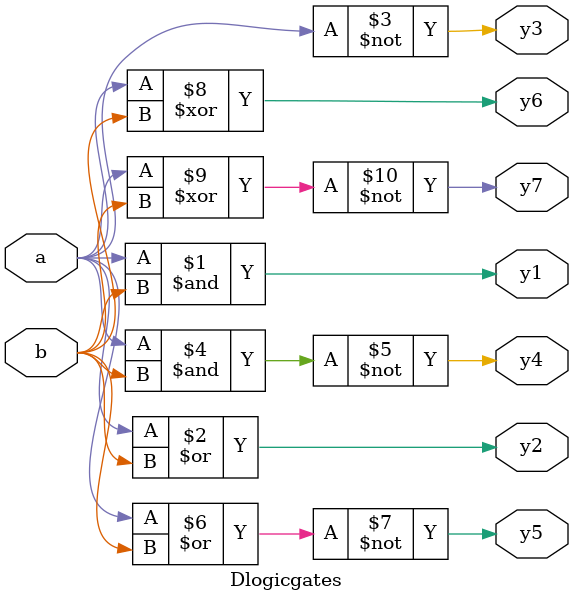
<source format=v>
`timescale 1ns / 1ps
module Dlogicgates(y1,y2,y3,y4,y5,y6,y7,a,b
    );
input a,b;
output y1,y2,y3,y4,y5,y6,y7;
wire y1,y2,y3,y4,y5,y6,y7;
assign y1=a&b;
assign y2=a|b;
assign y3=~a;
assign y4=~(a&b);
assign y5=~(a|b);
assign y6=a^b;
assign y7=~(a^b);
endmodule

</source>
